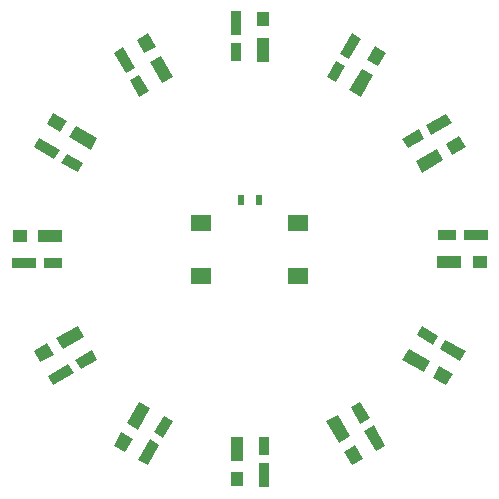
<source format=gbr>
G04 #@! TF.GenerationSoftware,KiCad,Pcbnew,(5.1.9)-1*
G04 #@! TF.CreationDate,2021-11-24T11:51:20+08:00*
G04 #@! TF.ProjectId,RGB-ring,5247422d-7269-46e6-972e-6b696361645f,rev?*
G04 #@! TF.SameCoordinates,Original*
G04 #@! TF.FileFunction,Paste,Top*
G04 #@! TF.FilePolarity,Positive*
%FSLAX46Y46*%
G04 Gerber Fmt 4.6, Leading zero omitted, Abs format (unit mm)*
G04 Created by KiCad (PCBNEW (5.1.9)-1) date 2021-11-24 11:51:20*
%MOMM*%
%LPD*%
G01*
G04 APERTURE LIST*
%ADD10R,0.500000X0.900000*%
%ADD11R,1.800000X1.400000*%
%ADD12C,0.200000*%
%ADD13R,2.100000X1.100000*%
%ADD14R,1.300000X1.100000*%
%ADD15R,1.600000X0.900000*%
%ADD16R,2.000000X0.900000*%
%ADD17R,1.100000X2.100000*%
%ADD18R,1.100000X1.300000*%
%ADD19R,0.900000X1.600000*%
%ADD20R,0.900000X2.000000*%
G04 APERTURE END LIST*
D10*
X101250000Y-88800000D03*
X102750000Y-88800000D03*
D11*
X106100000Y-95250000D03*
X97900000Y-95250000D03*
X106100000Y-90750000D03*
X97900000Y-90750000D03*
D12*
G36*
X108483738Y-107581705D02*
G01*
X109436366Y-107031705D01*
X110486366Y-108850359D01*
X109533738Y-109400359D01*
X108483738Y-107581705D01*
G37*
G36*
X113481621Y-109638294D02*
G01*
X112702199Y-110088294D01*
X111702199Y-108356244D01*
X112481621Y-107906244D01*
X113481621Y-109638294D01*
G37*
G36*
X112150281Y-107312346D02*
G01*
X111370859Y-107762346D01*
X110570859Y-106376706D01*
X111350281Y-105926706D01*
X112150281Y-107312346D01*
G37*
G36*
X109973738Y-110162461D02*
G01*
X110926366Y-109612461D01*
X111576366Y-110738295D01*
X110623738Y-111288295D01*
X109973738Y-110162461D01*
G37*
G36*
X95516262Y-78418295D02*
G01*
X94563634Y-78968295D01*
X93513634Y-77149641D01*
X94466262Y-76599641D01*
X95516262Y-78418295D01*
G37*
G36*
X94026262Y-75837539D02*
G01*
X93073634Y-76387539D01*
X92423634Y-75261705D01*
X93376262Y-74711705D01*
X94026262Y-75837539D01*
G37*
G36*
X91849719Y-78687654D02*
G01*
X92629141Y-78237654D01*
X93429141Y-79623294D01*
X92649719Y-80073294D01*
X91849719Y-78687654D01*
G37*
G36*
X90518379Y-76361706D02*
G01*
X91297801Y-75911706D01*
X92297801Y-77643756D01*
X91518379Y-78093756D01*
X90518379Y-76361706D01*
G37*
G36*
X89088295Y-83623738D02*
G01*
X88538295Y-84576366D01*
X86719641Y-83526366D01*
X87269641Y-82573738D01*
X89088295Y-83623738D01*
G37*
G36*
X86507539Y-82133738D02*
G01*
X85957539Y-83086366D01*
X84831705Y-82436366D01*
X85381705Y-81483738D01*
X86507539Y-82133738D01*
G37*
G36*
X86047654Y-85690281D02*
G01*
X86497654Y-84910859D01*
X87883294Y-85710859D01*
X87433294Y-86490281D01*
X86047654Y-85690281D01*
G37*
G36*
X83731706Y-84341621D02*
G01*
X84181706Y-83562199D01*
X85913756Y-84562199D01*
X85463756Y-85341621D01*
X83731706Y-84341621D01*
G37*
D13*
X85090000Y-91880000D03*
D14*
X82510000Y-91880000D03*
D15*
X85340000Y-94190000D03*
D16*
X82860000Y-94180000D03*
D12*
G36*
X87418295Y-99483738D02*
G01*
X87968295Y-100436366D01*
X86149641Y-101486366D01*
X85599641Y-100533738D01*
X87418295Y-99483738D01*
G37*
G36*
X84837539Y-100973738D02*
G01*
X85387539Y-101926366D01*
X84261705Y-102576366D01*
X83711705Y-101623738D01*
X84837539Y-100973738D01*
G37*
G36*
X87687654Y-103150281D02*
G01*
X87237654Y-102370859D01*
X88623294Y-101570859D01*
X89073294Y-102350281D01*
X87687654Y-103150281D01*
G37*
G36*
X85361706Y-104481621D02*
G01*
X84911706Y-103702199D01*
X86643756Y-102702199D01*
X87093756Y-103481621D01*
X85361706Y-104481621D01*
G37*
G36*
X92623738Y-105911705D02*
G01*
X93576366Y-106461705D01*
X92526366Y-108280359D01*
X91573738Y-107730359D01*
X92623738Y-105911705D01*
G37*
G36*
X91133738Y-108492461D02*
G01*
X92086366Y-109042461D01*
X91436366Y-110168295D01*
X90483738Y-109618295D01*
X91133738Y-108492461D01*
G37*
G36*
X94690281Y-108952346D02*
G01*
X93910859Y-108502346D01*
X94710859Y-107116706D01*
X95490281Y-107566706D01*
X94690281Y-108952346D01*
G37*
G36*
X93341621Y-111268294D02*
G01*
X92562199Y-110818294D01*
X93562199Y-109086244D01*
X94341621Y-109536244D01*
X93341621Y-111268294D01*
G37*
D17*
X100880000Y-109910000D03*
D18*
X100880000Y-112490000D03*
D19*
X103190000Y-109660000D03*
D20*
X103180000Y-112140000D03*
D12*
G36*
X114911705Y-102376262D02*
G01*
X115461705Y-101423634D01*
X117280359Y-102473634D01*
X116730359Y-103426262D01*
X114911705Y-102376262D01*
G37*
G36*
X117492461Y-103866262D02*
G01*
X118042461Y-102913634D01*
X119168295Y-103563634D01*
X118618295Y-104516262D01*
X117492461Y-103866262D01*
G37*
G36*
X117952346Y-100309719D02*
G01*
X117502346Y-101089141D01*
X116116706Y-100289141D01*
X116566706Y-99509719D01*
X117952346Y-100309719D01*
G37*
G36*
X120268294Y-101658379D02*
G01*
X119818294Y-102437801D01*
X118086244Y-101437801D01*
X118536244Y-100658379D01*
X120268294Y-101658379D01*
G37*
D13*
X118910000Y-94120000D03*
D14*
X121490000Y-94120000D03*
D15*
X118660000Y-91810000D03*
D16*
X121140000Y-91820000D03*
D12*
G36*
X116581705Y-86516262D02*
G01*
X116031705Y-85563634D01*
X117850359Y-84513634D01*
X118400359Y-85466262D01*
X116581705Y-86516262D01*
G37*
G36*
X119162461Y-85026262D02*
G01*
X118612461Y-84073634D01*
X119738295Y-83423634D01*
X120288295Y-84376262D01*
X119162461Y-85026262D01*
G37*
G36*
X116312346Y-82849719D02*
G01*
X116762346Y-83629141D01*
X115376706Y-84429141D01*
X114926706Y-83649719D01*
X116312346Y-82849719D01*
G37*
G36*
X118638294Y-81518379D02*
G01*
X119088294Y-82297801D01*
X117356244Y-83297801D01*
X116906244Y-82518379D01*
X118638294Y-81518379D01*
G37*
G36*
X111376262Y-80088295D02*
G01*
X110423634Y-79538295D01*
X111473634Y-77719641D01*
X112426262Y-78269641D01*
X111376262Y-80088295D01*
G37*
G36*
X112866262Y-77507539D02*
G01*
X111913634Y-76957539D01*
X112563634Y-75831705D01*
X113516262Y-76381705D01*
X112866262Y-77507539D01*
G37*
G36*
X109309719Y-77047654D02*
G01*
X110089141Y-77497654D01*
X109289141Y-78883294D01*
X108509719Y-78433294D01*
X109309719Y-77047654D01*
G37*
G36*
X110658379Y-74731706D02*
G01*
X111437801Y-75181706D01*
X110437801Y-76913756D01*
X109658379Y-76463756D01*
X110658379Y-74731706D01*
G37*
D17*
X103120000Y-76090000D03*
D18*
X103120000Y-73510000D03*
D19*
X100810000Y-76340000D03*
D20*
X100820000Y-73860000D03*
M02*

</source>
